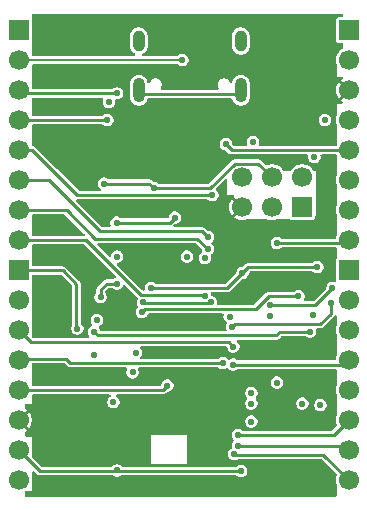
<source format=gbr>
%TF.GenerationSoftware,KiCad,Pcbnew,9.0.4*%
%TF.CreationDate,2025-09-05T15:19:02+01:00*%
%TF.ProjectId,MicroPython,4d696372-6f50-4797-9468-6f6e2e6b6963,rev?*%
%TF.SameCoordinates,Original*%
%TF.FileFunction,Copper,L3,Inr*%
%TF.FilePolarity,Positive*%
%FSLAX46Y46*%
G04 Gerber Fmt 4.6, Leading zero omitted, Abs format (unit mm)*
G04 Created by KiCad (PCBNEW 9.0.4) date 2025-09-05 15:19:02*
%MOMM*%
%LPD*%
G01*
G04 APERTURE LIST*
%TA.AperFunction,HeatsinkPad*%
%ADD10O,1.000000X2.100000*%
%TD*%
%TA.AperFunction,HeatsinkPad*%
%ADD11O,1.000000X1.800000*%
%TD*%
%TA.AperFunction,ComponentPad*%
%ADD12R,1.700000X1.700000*%
%TD*%
%TA.AperFunction,ComponentPad*%
%ADD13C,1.700000*%
%TD*%
%TA.AperFunction,ViaPad*%
%ADD14C,0.550000*%
%TD*%
%TA.AperFunction,Conductor*%
%ADD15C,0.220000*%
%TD*%
%TA.AperFunction,Conductor*%
%ADD16C,0.230000*%
%TD*%
%TA.AperFunction,Conductor*%
%ADD17C,0.210000*%
%TD*%
%TA.AperFunction,Conductor*%
%ADD18C,0.250000*%
%TD*%
G04 APERTURE END LIST*
D10*
%TO.N,Net-(J10-SHIELD)*%
%TO.C,J10*%
X147068000Y-101111000D03*
D11*
X147068000Y-96931000D03*
D10*
X138428000Y-101111000D03*
D11*
X138428000Y-96931000D03*
%TD*%
D12*
%TO.N,/PB6-SCL-X9*%
%TO.C,J2*%
X128270000Y-116330000D03*
D13*
%TO.N,/PB7-SDA-X10*%
X128270000Y-118870000D03*
%TO.N,/PC4-X11*%
X128270000Y-121410000D03*
%TO.N,/PC5-X12*%
X128270000Y-123950000D03*
%TO.N,/RST-SW*%
X128270000Y-126490000D03*
%TO.N,GND*%
X128270000Y-129030000D03*
%TO.N,+3V3*%
X128270000Y-131570000D03*
%TO.N,VIN*%
X128270000Y-134110000D03*
%TD*%
D12*
%TO.N,+3V3*%
%TO.C,J8*%
X152258000Y-111018000D03*
D13*
%TO.N,/PA13-SWDIO*%
X152258000Y-108478000D03*
%TO.N,unconnected-(J8-Pin_3-Pad3)*%
X149718000Y-111018000D03*
%TO.N,/RST-SW*%
X149718000Y-108478000D03*
%TO.N,GND*%
X147178000Y-111018000D03*
%TO.N,/PA14-SWCLCK*%
X147178000Y-108478000D03*
%TD*%
D12*
%TO.N,VIN*%
%TO.C,J7*%
X156210000Y-96010000D03*
D13*
%TO.N,+3V3*%
X156210000Y-98550000D03*
%TO.N,GND*%
X156210000Y-101090000D03*
%TO.N,/RST-SW*%
X156210000Y-103630000D03*
%TO.N,/PB1-Y12*%
X156210000Y-106170000D03*
%TO.N,/PB0-Y11*%
X156210000Y-108710000D03*
%TO.N,/PB11-Y10*%
X156210000Y-111250000D03*
%TO.N,/PB10-Y9*%
X156210000Y-113790000D03*
%TD*%
D12*
%TO.N,/PA7-X8*%
%TO.C,J1*%
X156210000Y-116330000D03*
D13*
%TO.N,/PA6-X7*%
X156210000Y-118870000D03*
%TO.N,/PA5-X6*%
X156210000Y-121410000D03*
%TO.N,/PA4-X5*%
X156210000Y-123950000D03*
%TO.N,/PA3-X4*%
X156210000Y-126490000D03*
%TO.N,/PA2-X3*%
X156210000Y-129030000D03*
%TO.N,/PA1-X2*%
X156210000Y-131570000D03*
%TO.N,/PA0-X1*%
X156210000Y-134110000D03*
%TD*%
D12*
%TO.N,/PC6-Y1*%
%TO.C,J6*%
X128270000Y-96010000D03*
D13*
%TO.N,/PC7-Y2*%
X128270000Y-98550000D03*
%TO.N,/PB8-Y3*%
X128270000Y-101090000D03*
%TO.N,/PB9-Y4*%
X128270000Y-103630000D03*
%TO.N,/PB12-Y5*%
X128270000Y-106170000D03*
%TO.N,/PB13-Y6*%
X128270000Y-108710000D03*
%TO.N,/PB14-Y7*%
X128270000Y-111250000D03*
%TO.N,/PB15-Y8*%
X128270000Y-113790000D03*
%TD*%
D14*
%TO.N,GND*%
X150368000Y-97282000D03*
X129921000Y-130810000D03*
X138557000Y-125730000D03*
X142748000Y-132461000D03*
X131826000Y-128905000D03*
X149860000Y-112522000D03*
X141478000Y-110871000D03*
X132461000Y-97663000D03*
X152781000Y-101854000D03*
X151892000Y-99060000D03*
X135509000Y-107569000D03*
X150114000Y-106934000D03*
X140843000Y-108204000D03*
X135890000Y-114427000D03*
X135001000Y-100584000D03*
X144510583Y-95235447D03*
X142240000Y-96393000D03*
X154897191Y-107470063D03*
X143891000Y-106172000D03*
X140081000Y-105410000D03*
X140081000Y-103124000D03*
X138684000Y-107315000D03*
X132334000Y-100584000D03*
%TO.N,/PB8-Y3*%
X136593022Y-101364106D03*
%TO.N,GND*%
X129794000Y-104902000D03*
X129667000Y-112014000D03*
X154559000Y-123571000D03*
X139827000Y-123317000D03*
X153416000Y-117475000D03*
X145288000Y-120904000D03*
X146431000Y-118872000D03*
X135509000Y-116459000D03*
X130302000Y-114681000D03*
X129921000Y-120269000D03*
X130048000Y-124968000D03*
X146939000Y-128397000D03*
X151130000Y-127254000D03*
X154686000Y-134620000D03*
X137414000Y-131445000D03*
X130048000Y-134239000D03*
X150876000Y-122174000D03*
X145923000Y-103505000D03*
X145796000Y-98933000D03*
X153924000Y-95250000D03*
X154686000Y-97536000D03*
X154559000Y-125222000D03*
%TO.N,+3V3*%
X154184563Y-103632000D03*
%TO.N,/PB12-Y5*%
X144653000Y-109980000D03*
%TO.N,/PB14-Y7*%
X144272000Y-114552000D03*
%TO.N,/PB1-Y12*%
X145796000Y-105664000D03*
X146125000Y-120267000D03*
%TO.N,/PB9-Y4*%
X135763000Y-103632000D03*
X137909210Y-124990958D03*
%TO.N,/PA0-X1*%
X146509481Y-131902481D03*
%TO.N,/PB3-SW-X17*%
X134891588Y-120571552D03*
X135890000Y-102108000D03*
%TO.N,/PB13-Y6*%
X144272000Y-113536000D03*
%TO.N,/PB7-SDA-X10*%
X134620000Y-123507000D03*
%TO.N,/PB11-Y10*%
X154813000Y-117856000D03*
X149569961Y-119320493D03*
%TO.N,/PA1-X2*%
X146812000Y-131189000D03*
%TO.N,/PA4-X5*%
X146431000Y-124331000D03*
%TO.N,/PC4-X11*%
X146431000Y-122807000D03*
%TO.N,/PC6-Y1*%
X144018000Y-115314000D03*
%TO.N,/PB15-Y8*%
X144018000Y-118489000D03*
%TO.N,/PA2-X3*%
X146812000Y-130300000D03*
%TO.N,/PB0-Y11*%
X154686000Y-119126000D03*
X146335750Y-121124250D03*
%TO.N,/VDDA*%
X148082000Y-105509000D03*
X147955000Y-126746000D03*
%TO.N,/PB6-SCL-X9*%
X133228058Y-121283752D03*
%TO.N,/PC5-X12*%
X145542000Y-124206000D03*
%TO.N,/RST-SW*%
X153289000Y-106760000D03*
X139700000Y-109395000D03*
X140843000Y-126111000D03*
X135476588Y-109002000D03*
%TO.N,/PB8-Y3*%
X138176000Y-123317000D03*
%TO.N,/PC7-Y2*%
X142113000Y-98550000D03*
X142494000Y-115187000D03*
%TO.N,/PB10-Y9*%
X149527885Y-120228716D03*
X150114000Y-114046000D03*
%TO.N,GND*%
X146558000Y-125424534D03*
X154813000Y-127762000D03*
X147955000Y-134747000D03*
X130048000Y-95123000D03*
X138557000Y-121031000D03*
X143891000Y-111887000D03*
X135382000Y-112014000D03*
X131873440Y-124458000D03*
X143002000Y-125730000D03*
X139077797Y-130940660D03*
X138557000Y-110998000D03*
X139319000Y-134493000D03*
X134747000Y-125222000D03*
X129921000Y-102362000D03*
X145161000Y-132588000D03*
X142240000Y-129284000D03*
X137287000Y-128522000D03*
X141732000Y-120777000D03*
%TO.N,+3V3*%
X136271000Y-127506000D03*
X136548720Y-112312720D03*
X150114000Y-125855000D03*
X135199832Y-118616000D03*
X153190000Y-120142000D03*
X136588500Y-133284500D03*
X141478000Y-111885000D03*
X136588500Y-117475000D03*
X147079000Y-133361000D03*
X136588500Y-115187000D03*
%TO.N,/PA13-SWDIO*%
X153543000Y-116078000D03*
X147955000Y-129159000D03*
X139446000Y-117854000D03*
X147193000Y-116586000D03*
%TO.N,/PA14-SWCLCK*%
X144529617Y-119049000D03*
X138780000Y-119049000D03*
X147955000Y-127635000D03*
%TO.N,/PA15-TDI*%
X152273000Y-127635000D03*
X151943988Y-118547201D03*
X138684000Y-119888000D03*
%TO.N,/PB4-TRST*%
X152908000Y-121539000D03*
X153797000Y-127762000D03*
X134620000Y-121537000D03*
%TD*%
D15*
%TO.N,/PB6-SCL-X9*%
X131986273Y-116365273D02*
X128270000Y-116365273D01*
X133140039Y-121195733D02*
X133140039Y-117519039D01*
X133140039Y-117519039D02*
X131986273Y-116365273D01*
X133228058Y-121283752D02*
X133140039Y-121195733D01*
%TO.N,/PA15-TDI*%
X149420799Y-118547201D02*
X151943988Y-118547201D01*
X148334000Y-119634000D02*
X149420799Y-118547201D01*
X144772347Y-119635000D02*
X144773347Y-119634000D01*
X144286887Y-119635000D02*
X144772347Y-119635000D01*
X144285887Y-119634000D02*
X144286887Y-119635000D01*
X144773347Y-119634000D02*
X148334000Y-119634000D01*
X138684000Y-119888000D02*
X138938000Y-119634000D01*
X138938000Y-119634000D02*
X144285887Y-119634000D01*
D16*
%TO.N,+3V3*%
X135199832Y-117974668D02*
X135199832Y-118616000D01*
X135699500Y-117475000D02*
X135199832Y-117974668D01*
X136588500Y-117475000D02*
X135699500Y-117475000D01*
D15*
%TO.N,/PB14-Y7*%
X134747000Y-113665000D02*
X132332000Y-111250000D01*
X132332000Y-111250000D02*
X128270000Y-111250000D01*
X143385000Y-113665000D02*
X134747000Y-113665000D01*
X144272000Y-114552000D02*
X143385000Y-113665000D01*
%TO.N,/PB15-Y8*%
X133983000Y-113790000D02*
X128270000Y-113790000D01*
X138656000Y-118463000D02*
X133983000Y-113790000D01*
X143992000Y-118463000D02*
X138656000Y-118463000D01*
X144018000Y-118489000D02*
X143992000Y-118463000D01*
%TO.N,/PA14-SWCLCK*%
X138826000Y-119095000D02*
X144483617Y-119095000D01*
X138780000Y-119049000D02*
X138826000Y-119095000D01*
X144483617Y-119095000D02*
X144529617Y-119049000D01*
D16*
%TO.N,/PB1-Y12*%
X145796000Y-105664000D02*
X146302000Y-106170000D01*
X146302000Y-106170000D02*
X156210000Y-106170000D01*
D15*
%TO.N,/PB8-Y3*%
X136593022Y-101364106D02*
X128544106Y-101364106D01*
%TO.N,/PB12-Y5*%
X133221000Y-109980000D02*
X129411000Y-106170000D01*
X129411000Y-106170000D02*
X128270000Y-106170000D01*
X144653000Y-109980000D02*
X133221000Y-109980000D01*
D16*
%TO.N,/PB0-Y11*%
X146556000Y-120904000D02*
X146335750Y-121124250D01*
X153797000Y-120904000D02*
X146556000Y-120904000D01*
X154686000Y-120015000D02*
X153797000Y-120904000D01*
X154686000Y-119126000D02*
X154686000Y-120015000D01*
%TO.N,/PB11-Y10*%
X154813000Y-117856000D02*
X153348507Y-119320493D01*
X153348507Y-119320493D02*
X149569961Y-119320493D01*
D15*
%TO.N,/PB13-Y6*%
X130808000Y-108710000D02*
X128270000Y-108710000D01*
X135126000Y-113028000D02*
X130808000Y-108710000D01*
X143764000Y-113028000D02*
X135126000Y-113028000D01*
X144272000Y-113536000D02*
X143764000Y-113028000D01*
%TO.N,/PC5-X12*%
X132643110Y-124203025D02*
X132265085Y-123825000D01*
X145539025Y-124203025D02*
X132643110Y-124203025D01*
X145542000Y-124206000D02*
X145539025Y-124203025D01*
X132265085Y-123825000D02*
X128395000Y-123825000D01*
%TO.N,/RST-SW*%
X140464000Y-126490000D02*
X128270000Y-126490000D01*
X140843000Y-126111000D02*
X140464000Y-126490000D01*
%TO.N,/PB9-Y4*%
X135761000Y-103630000D02*
X128270000Y-103630000D01*
X135763000Y-103632000D02*
X135761000Y-103630000D01*
%TO.N,/PA0-X1*%
X146509481Y-131902481D02*
X146558000Y-131951000D01*
X146558000Y-131951000D02*
X154051000Y-131951000D01*
X154051000Y-131951000D02*
X156210000Y-134110000D01*
%TO.N,/PA1-X2*%
X146812000Y-131189000D02*
X155829000Y-131189000D01*
%TO.N,/PA4-X5*%
X146431000Y-124331000D02*
X155829000Y-124331000D01*
%TO.N,/PC4-X11*%
X146046000Y-122422000D02*
X144732000Y-122422000D01*
X129286000Y-122426000D02*
X128270000Y-121410000D01*
X144728000Y-122426000D02*
X129286000Y-122426000D01*
X146431000Y-122807000D02*
X146046000Y-122422000D01*
X144732000Y-122422000D02*
X144728000Y-122426000D01*
%TO.N,/PA2-X3*%
X155194000Y-130046000D02*
X154940000Y-130300000D01*
D16*
X155194000Y-130046000D02*
X156210000Y-129030000D01*
D15*
X154940000Y-130300000D02*
X146812000Y-130300000D01*
%TO.N,/RST-SW*%
X139307000Y-109002000D02*
X139700000Y-109395000D01*
X135476588Y-109002000D02*
X139307000Y-109002000D01*
D17*
%TO.N,/PC7-Y2*%
X142113000Y-98550000D02*
X128270000Y-98550000D01*
D15*
%TO.N,/PB10-Y9*%
X150114000Y-114046000D02*
X155559667Y-114046000D01*
%TO.N,+3V3*%
X141044000Y-112319000D02*
X141478000Y-111885000D01*
X136623720Y-112312720D02*
X136630000Y-112319000D01*
D18*
X147066000Y-133348000D02*
X130048000Y-133348000D01*
D15*
X136548720Y-112312720D02*
X136623720Y-112312720D01*
D18*
X130048000Y-133348000D02*
X128270000Y-131570000D01*
D15*
X136630000Y-112319000D02*
X141044000Y-112319000D01*
D18*
X147079000Y-133361000D02*
X147066000Y-133348000D01*
%TO.N,Net-(J10-SHIELD)*%
X138631000Y-101420000D02*
X146869000Y-101420000D01*
D15*
%TO.N,/PA13-SWDIO*%
X145925000Y-117854000D02*
X147701000Y-116078000D01*
X147701000Y-116078000D02*
X153543000Y-116078000D01*
X139446000Y-117854000D02*
X145925000Y-117854000D01*
%TO.N,/PB4-TRST*%
X134944000Y-121861000D02*
X134620000Y-121537000D01*
X150379000Y-121539000D02*
X150057000Y-121861000D01*
X150057000Y-121861000D02*
X134944000Y-121861000D01*
X152908000Y-121539000D02*
X150379000Y-121539000D01*
%TO.N,/RST-SW*%
X148557000Y-107317000D02*
X149718000Y-108478000D01*
X146556000Y-107317000D02*
X148557000Y-107317000D01*
X144478000Y-109395000D02*
X146556000Y-107317000D01*
X139700000Y-109395000D02*
X144478000Y-109395000D01*
%TD*%
%TA.AperFunction,Conductor*%
%TO.N,GND*%
G36*
X132134680Y-124206317D02*
G01*
X132147686Y-124217425D01*
X132354638Y-124424377D01*
X132354637Y-124424377D01*
X132421755Y-124491494D01*
X132421758Y-124491497D01*
X132503962Y-124538958D01*
X132595649Y-124563525D01*
X137360399Y-124563525D01*
X137424468Y-124584342D01*
X137464064Y-124638842D01*
X137464064Y-124706208D01*
X137454796Y-124727025D01*
X137419521Y-124788122D01*
X137383710Y-124921775D01*
X137383710Y-125060140D01*
X137419521Y-125193793D01*
X137419522Y-125193794D01*
X137488705Y-125313623D01*
X137586545Y-125411463D01*
X137706374Y-125480646D01*
X137840027Y-125516458D01*
X137978393Y-125516458D01*
X138112046Y-125480646D01*
X138231875Y-125411463D01*
X138329715Y-125313623D01*
X138398898Y-125193794D01*
X138434710Y-125060141D01*
X138434710Y-124921775D01*
X138398898Y-124788122D01*
X138377757Y-124751504D01*
X138363624Y-124727025D01*
X138349618Y-124661131D01*
X138377019Y-124599589D01*
X138435359Y-124565907D01*
X138458021Y-124563525D01*
X145111205Y-124563525D01*
X145175274Y-124584342D01*
X145188279Y-124595449D01*
X145219335Y-124626505D01*
X145339164Y-124695688D01*
X145472817Y-124731500D01*
X145611183Y-124731500D01*
X145744836Y-124695688D01*
X145864665Y-124626505D01*
X145864665Y-124626504D01*
X145868498Y-124624292D01*
X145934392Y-124610286D01*
X145995933Y-124637686D01*
X146009471Y-124652330D01*
X146010493Y-124653662D01*
X146010495Y-124653665D01*
X146108335Y-124751505D01*
X146228164Y-124820688D01*
X146361817Y-124856500D01*
X146500183Y-124856500D01*
X146633836Y-124820688D01*
X146753665Y-124751505D01*
X146773670Y-124731500D01*
X146781747Y-124723424D01*
X146841770Y-124692842D01*
X146858820Y-124691500D01*
X155085000Y-124691500D01*
X155149069Y-124712317D01*
X155188665Y-124766817D01*
X155194000Y-124800500D01*
X155194000Y-126038371D01*
X155188665Y-126072054D01*
X155136598Y-126232295D01*
X155109500Y-126403387D01*
X155109500Y-126576612D01*
X155136598Y-126747704D01*
X155188665Y-126907946D01*
X155194000Y-126941629D01*
X155194000Y-128578371D01*
X155188665Y-128612054D01*
X155136598Y-128772295D01*
X155109500Y-128943387D01*
X155109500Y-129116612D01*
X155136598Y-129287704D01*
X155188665Y-129447946D01*
X155194000Y-129481629D01*
X155194000Y-129483955D01*
X155173183Y-129548024D01*
X155162075Y-129561030D01*
X154901526Y-129821578D01*
X154899039Y-129825886D01*
X154881722Y-129848452D01*
X154822603Y-129907573D01*
X154762580Y-129938158D01*
X154745527Y-129939500D01*
X147239820Y-129939500D01*
X147175751Y-129918683D01*
X147162747Y-129907576D01*
X147134665Y-129879495D01*
X147014835Y-129810311D01*
X146881183Y-129774500D01*
X146742817Y-129774500D01*
X146609164Y-129810311D01*
X146489337Y-129879493D01*
X146391493Y-129977337D01*
X146322311Y-130097164D01*
X146286500Y-130230817D01*
X146286500Y-130369182D01*
X146322311Y-130502835D01*
X146391493Y-130622662D01*
X146391495Y-130622665D01*
X146436257Y-130667427D01*
X146466839Y-130727449D01*
X146456301Y-130793985D01*
X146436258Y-130821571D01*
X146404758Y-130853072D01*
X146391493Y-130866337D01*
X146322311Y-130986164D01*
X146286500Y-131119817D01*
X146286500Y-131258183D01*
X146303428Y-131321364D01*
X146299902Y-131388638D01*
X146257506Y-131440990D01*
X146252642Y-131443971D01*
X146186818Y-131481974D01*
X146088974Y-131579818D01*
X146019792Y-131699645D01*
X145983981Y-131833298D01*
X145983981Y-131971663D01*
X146019792Y-132105316D01*
X146019793Y-132105317D01*
X146088976Y-132225146D01*
X146186816Y-132322986D01*
X146306645Y-132392169D01*
X146440298Y-132427981D01*
X146578664Y-132427981D01*
X146712317Y-132392169D01*
X146826747Y-132326102D01*
X146881247Y-132311500D01*
X153856526Y-132311500D01*
X153920595Y-132332317D01*
X153933601Y-132343425D01*
X155162075Y-133571899D01*
X155166067Y-133579735D01*
X155173183Y-133584905D01*
X155181070Y-133609180D01*
X155192658Y-133631923D01*
X155194000Y-133648974D01*
X155194000Y-133658371D01*
X155188665Y-133692054D01*
X155136598Y-133852295D01*
X155109500Y-134023387D01*
X155109500Y-134196612D01*
X155136598Y-134367704D01*
X155188665Y-134527946D01*
X155194000Y-134561629D01*
X155194000Y-135398000D01*
X155173183Y-135462069D01*
X155118683Y-135501665D01*
X155085000Y-135507000D01*
X128887000Y-135507000D01*
X128822931Y-135486183D01*
X128783335Y-135431683D01*
X128778000Y-135398000D01*
X128778000Y-135153076D01*
X128783962Y-135134724D01*
X128784703Y-135115441D01*
X128793417Y-135105626D01*
X128798817Y-135089007D01*
X128826362Y-135062500D01*
X128831741Y-135058898D01*
X128846788Y-135051232D01*
X128888957Y-135020594D01*
X128890705Y-135019424D01*
X128921203Y-135010793D01*
X128951343Y-135001000D01*
X129359197Y-135001000D01*
X129359198Y-135001000D01*
X129359198Y-134276546D01*
X129360540Y-134259494D01*
X129370500Y-134196611D01*
X129370500Y-134023389D01*
X129360540Y-133960503D01*
X129359198Y-133943452D01*
X129359198Y-133453385D01*
X129380015Y-133389316D01*
X129434515Y-133349720D01*
X129501881Y-133349720D01*
X129545271Y-133376309D01*
X129817437Y-133648475D01*
X129903063Y-133697911D01*
X129998564Y-133723500D01*
X129998565Y-133723500D01*
X136268662Y-133723500D01*
X136323161Y-133738103D01*
X136385662Y-133774187D01*
X136385664Y-133774188D01*
X136519317Y-133810000D01*
X136657683Y-133810000D01*
X136791336Y-133774188D01*
X136791338Y-133774187D01*
X136853839Y-133738103D01*
X136908338Y-133723500D01*
X146653181Y-133723500D01*
X146717250Y-133744317D01*
X146730249Y-133755419D01*
X146756335Y-133781505D01*
X146876164Y-133850688D01*
X147009817Y-133886500D01*
X147148183Y-133886500D01*
X147281836Y-133850688D01*
X147401665Y-133781505D01*
X147499505Y-133683665D01*
X147568688Y-133563836D01*
X147604500Y-133430183D01*
X147604500Y-133291817D01*
X147568688Y-133158164D01*
X147499505Y-133038335D01*
X147401665Y-132940495D01*
X147401662Y-132940493D01*
X147281835Y-132871311D01*
X147148183Y-132835500D01*
X147009817Y-132835500D01*
X146876164Y-132871311D01*
X146756337Y-132940493D01*
X146756335Y-132940494D01*
X146756335Y-132940495D01*
X146756254Y-132940576D01*
X146756180Y-132940613D01*
X146750670Y-132944842D01*
X146749886Y-132943820D01*
X146696232Y-132971158D01*
X146679181Y-132972500D01*
X137064819Y-132972500D01*
X137000750Y-132951683D01*
X136987750Y-132940580D01*
X136911165Y-132863995D01*
X136911162Y-132863993D01*
X136791335Y-132794811D01*
X136657683Y-132759000D01*
X136519317Y-132759000D01*
X136385664Y-132794811D01*
X136265837Y-132863993D01*
X136265835Y-132863994D01*
X136265835Y-132863995D01*
X136189253Y-132940576D01*
X136129232Y-132971158D01*
X136112181Y-132972500D01*
X130248688Y-132972500D01*
X130184619Y-132951683D01*
X130171613Y-132940575D01*
X129944038Y-132713000D01*
X139446000Y-132713000D01*
X139446001Y-132713000D01*
X142493999Y-132713000D01*
X142494000Y-132713000D01*
X142494000Y-130300000D01*
X139446000Y-130300000D01*
X139446000Y-132713000D01*
X129944038Y-132713000D01*
X129391123Y-132160085D01*
X129360540Y-132100061D01*
X129359198Y-132083010D01*
X129359198Y-131736546D01*
X129360540Y-131719494D01*
X129363684Y-131699645D01*
X129370500Y-131656611D01*
X129370500Y-131483389D01*
X129360540Y-131420503D01*
X129359198Y-131403452D01*
X129359198Y-130429001D01*
X129359198Y-130429000D01*
X128887000Y-130429000D01*
X128870580Y-130423665D01*
X128853317Y-130423665D01*
X128839350Y-130413517D01*
X128822931Y-130408183D01*
X128812783Y-130394216D01*
X128798817Y-130384069D01*
X128793482Y-130367649D01*
X128783335Y-130353683D01*
X128778000Y-130320000D01*
X128778000Y-130072515D01*
X128798817Y-130008446D01*
X128837516Y-129975395D01*
X128846517Y-129970808D01*
X128846527Y-129970802D01*
X128955124Y-129891902D01*
X128955124Y-129891901D01*
X128778000Y-129714776D01*
X128778000Y-129361223D01*
X129131901Y-129715124D01*
X129131902Y-129715124D01*
X129210801Y-129606529D01*
X129289411Y-129452248D01*
X129342913Y-129287588D01*
X129370000Y-129116572D01*
X129370000Y-129089817D01*
X147429500Y-129089817D01*
X147429500Y-129228182D01*
X147465311Y-129361835D01*
X147465312Y-129361836D01*
X147534495Y-129481665D01*
X147632335Y-129579505D01*
X147752164Y-129648688D01*
X147885817Y-129684500D01*
X148024183Y-129684500D01*
X148157836Y-129648688D01*
X148277665Y-129579505D01*
X148375505Y-129481665D01*
X148444688Y-129361836D01*
X148480500Y-129228183D01*
X148480500Y-129089817D01*
X148444688Y-128956164D01*
X148375505Y-128836335D01*
X148277665Y-128738495D01*
X148208868Y-128698775D01*
X148157835Y-128669311D01*
X148024183Y-128633500D01*
X147885817Y-128633500D01*
X147752164Y-128669311D01*
X147632337Y-128738493D01*
X147534493Y-128836337D01*
X147465311Y-128956164D01*
X147429500Y-129089817D01*
X129370000Y-129089817D01*
X129370000Y-128943427D01*
X129342913Y-128772411D01*
X129289411Y-128607751D01*
X129210802Y-128453474D01*
X129131901Y-128344874D01*
X128778000Y-128698775D01*
X128778000Y-128345220D01*
X128955124Y-128168096D01*
X128846521Y-128089194D01*
X128837510Y-128084602D01*
X128789878Y-128036965D01*
X128778000Y-127987485D01*
X128778000Y-127744000D01*
X128798817Y-127679931D01*
X128853317Y-127640335D01*
X128887000Y-127635000D01*
X129359197Y-127635000D01*
X129359198Y-127635000D01*
X129359198Y-126959500D01*
X129380015Y-126895431D01*
X129434515Y-126855835D01*
X129468198Y-126850500D01*
X135948565Y-126850500D01*
X136012634Y-126871317D01*
X136052230Y-126925817D01*
X136052230Y-126993183D01*
X136012634Y-127047683D01*
X136003064Y-127053897D01*
X135948338Y-127085492D01*
X135850493Y-127183337D01*
X135781311Y-127303164D01*
X135745500Y-127436817D01*
X135745500Y-127575182D01*
X135781311Y-127708835D01*
X135850493Y-127828662D01*
X135850495Y-127828665D01*
X135948335Y-127926505D01*
X136068164Y-127995688D01*
X136201817Y-128031500D01*
X136340183Y-128031500D01*
X136473836Y-127995688D01*
X136593665Y-127926505D01*
X136691505Y-127828665D01*
X136760688Y-127708836D01*
X136796500Y-127575183D01*
X136796500Y-127436817D01*
X136760688Y-127303164D01*
X136691505Y-127183335D01*
X136593665Y-127085495D01*
X136593662Y-127085493D01*
X136593661Y-127085492D01*
X136538936Y-127053897D01*
X136493859Y-127003835D01*
X136486817Y-126936838D01*
X136520499Y-126878498D01*
X136582041Y-126851097D01*
X136593435Y-126850500D01*
X140511461Y-126850500D01*
X140603148Y-126825933D01*
X140685352Y-126778472D01*
X140740377Y-126723447D01*
X140787008Y-126676817D01*
X147429500Y-126676817D01*
X147429500Y-126815183D01*
X147438963Y-126850500D01*
X147465311Y-126948835D01*
X147533411Y-127066788D01*
X147534495Y-127068665D01*
X147579257Y-127113427D01*
X147609839Y-127173449D01*
X147599301Y-127239985D01*
X147579258Y-127267571D01*
X147543666Y-127303164D01*
X147534493Y-127312337D01*
X147465311Y-127432164D01*
X147431283Y-127559164D01*
X147429500Y-127565817D01*
X147429500Y-127704183D01*
X147430747Y-127708836D01*
X147465311Y-127837835D01*
X147465312Y-127837836D01*
X147534495Y-127957665D01*
X147632335Y-128055505D01*
X147752164Y-128124688D01*
X147885817Y-128160500D01*
X148024183Y-128160500D01*
X148157836Y-128124688D01*
X148277665Y-128055505D01*
X148375505Y-127957665D01*
X148444688Y-127837836D01*
X148480500Y-127704183D01*
X148480500Y-127565817D01*
X151747500Y-127565817D01*
X151747500Y-127704183D01*
X151748747Y-127708836D01*
X151783311Y-127837835D01*
X151783312Y-127837836D01*
X151852495Y-127957665D01*
X151950335Y-128055505D01*
X152070164Y-128124688D01*
X152203817Y-128160500D01*
X152342183Y-128160500D01*
X152475836Y-128124688D01*
X152595665Y-128055505D01*
X152693505Y-127957665D01*
X152762688Y-127837836D01*
X152798500Y-127704183D01*
X152798500Y-127692817D01*
X153271500Y-127692817D01*
X153271500Y-127831183D01*
X153273283Y-127837836D01*
X153307311Y-127964835D01*
X153376493Y-128084662D01*
X153376495Y-128084665D01*
X153474335Y-128182505D01*
X153594164Y-128251688D01*
X153727817Y-128287500D01*
X153866183Y-128287500D01*
X153999836Y-128251688D01*
X154119665Y-128182505D01*
X154217505Y-128084665D01*
X154286688Y-127964836D01*
X154322500Y-127831183D01*
X154322500Y-127692817D01*
X154286688Y-127559164D01*
X154217505Y-127439335D01*
X154119665Y-127341495D01*
X154119662Y-127341493D01*
X153999835Y-127272311D01*
X153866183Y-127236500D01*
X153727817Y-127236500D01*
X153594164Y-127272311D01*
X153474337Y-127341493D01*
X153376493Y-127439337D01*
X153307311Y-127559164D01*
X153285562Y-127640335D01*
X153271500Y-127692817D01*
X152798500Y-127692817D01*
X152798500Y-127565817D01*
X152762688Y-127432164D01*
X152693505Y-127312335D01*
X152595665Y-127214495D01*
X152582559Y-127206928D01*
X152475835Y-127145311D01*
X152342183Y-127109500D01*
X152203817Y-127109500D01*
X152070164Y-127145311D01*
X151950337Y-127214493D01*
X151852493Y-127312337D01*
X151783311Y-127432164D01*
X151749283Y-127559164D01*
X151747500Y-127565817D01*
X148480500Y-127565817D01*
X148444688Y-127432164D01*
X148375505Y-127312335D01*
X148330742Y-127267572D01*
X148300161Y-127207551D01*
X148310699Y-127141015D01*
X148330741Y-127113428D01*
X148375505Y-127068665D01*
X148444688Y-126948836D01*
X148480500Y-126815183D01*
X148480500Y-126676817D01*
X148444688Y-126543164D01*
X148375505Y-126423335D01*
X148277665Y-126325495D01*
X148257471Y-126313836D01*
X148157835Y-126256311D01*
X148024183Y-126220500D01*
X147885817Y-126220500D01*
X147752164Y-126256311D01*
X147632337Y-126325493D01*
X147534493Y-126423337D01*
X147465311Y-126543164D01*
X147440303Y-126636500D01*
X147429500Y-126676817D01*
X140787008Y-126676817D01*
X140795400Y-126668425D01*
X140855423Y-126637842D01*
X140872474Y-126636500D01*
X140912183Y-126636500D01*
X141045836Y-126600688D01*
X141165665Y-126531505D01*
X141263505Y-126433665D01*
X141332688Y-126313836D01*
X141368500Y-126180183D01*
X141368500Y-126041817D01*
X141332688Y-125908164D01*
X141263505Y-125788335D01*
X141260987Y-125785817D01*
X149588500Y-125785817D01*
X149588500Y-125924182D01*
X149624311Y-126057835D01*
X149665601Y-126129351D01*
X149693495Y-126177665D01*
X149791335Y-126275505D01*
X149911164Y-126344688D01*
X150044817Y-126380500D01*
X150183183Y-126380500D01*
X150316836Y-126344688D01*
X150436665Y-126275505D01*
X150534505Y-126177665D01*
X150603688Y-126057836D01*
X150639500Y-125924183D01*
X150639500Y-125785817D01*
X150603688Y-125652164D01*
X150534505Y-125532335D01*
X150436665Y-125434495D01*
X150436662Y-125434493D01*
X150316835Y-125365311D01*
X150183183Y-125329500D01*
X150044817Y-125329500D01*
X149911164Y-125365311D01*
X149791337Y-125434493D01*
X149693493Y-125532337D01*
X149624311Y-125652164D01*
X149588500Y-125785817D01*
X141260987Y-125785817D01*
X141165665Y-125690495D01*
X141165662Y-125690493D01*
X141045835Y-125621311D01*
X140912183Y-125585500D01*
X140773817Y-125585500D01*
X140640164Y-125621311D01*
X140520337Y-125690493D01*
X140422493Y-125788337D01*
X140353311Y-125908164D01*
X140315653Y-126048711D01*
X140278963Y-126105209D01*
X140216072Y-126129351D01*
X140210367Y-126129500D01*
X129468198Y-126129500D01*
X129404129Y-126108683D01*
X129364533Y-126054183D01*
X129359198Y-126020500D01*
X129359198Y-124294500D01*
X129380015Y-124230431D01*
X129434515Y-124190835D01*
X129468198Y-124185500D01*
X132070611Y-124185500D01*
X132134680Y-124206317D01*
G37*
%TD.AperFunction*%
%TA.AperFunction,Conductor*%
G36*
X155166002Y-120199976D02*
G01*
X155193403Y-120261518D01*
X155194000Y-120272912D01*
X155194000Y-120958371D01*
X155188665Y-120992054D01*
X155136598Y-121152295D01*
X155109500Y-121323387D01*
X155109500Y-121496612D01*
X155136598Y-121667704D01*
X155188665Y-121827946D01*
X155194000Y-121861629D01*
X155194000Y-123498371D01*
X155188665Y-123532054D01*
X155136598Y-123692295D01*
X155109500Y-123863387D01*
X155109164Y-123867659D01*
X155107540Y-123867531D01*
X155088683Y-123925569D01*
X155034183Y-123965165D01*
X155000500Y-123970500D01*
X146858820Y-123970500D01*
X146794751Y-123949683D01*
X146781747Y-123938576D01*
X146753665Y-123910495D01*
X146633835Y-123841311D01*
X146500183Y-123805500D01*
X146361817Y-123805500D01*
X146228163Y-123841312D01*
X146228161Y-123841312D01*
X146104500Y-123912707D01*
X146038606Y-123926713D01*
X145977065Y-123899312D01*
X145963527Y-123884667D01*
X145962507Y-123883338D01*
X145962506Y-123883337D01*
X145962505Y-123883335D01*
X145864665Y-123785495D01*
X145860361Y-123783010D01*
X145744835Y-123716311D01*
X145611183Y-123680500D01*
X145472817Y-123680500D01*
X145339164Y-123716311D01*
X145219337Y-123785493D01*
X145219335Y-123785494D01*
X145219335Y-123785495D01*
X145194228Y-123810601D01*
X145134207Y-123841183D01*
X145117156Y-123842525D01*
X138656794Y-123842525D01*
X138592725Y-123821708D01*
X138553129Y-123767208D01*
X138553129Y-123699842D01*
X138579717Y-123656452D01*
X138596505Y-123639665D01*
X138665688Y-123519836D01*
X138701500Y-123386183D01*
X138701500Y-123247817D01*
X138665688Y-123114164D01*
X138596505Y-122994335D01*
X138574742Y-122972572D01*
X138544161Y-122912551D01*
X138554699Y-122846015D01*
X138602334Y-122798380D01*
X138651819Y-122786500D01*
X144775459Y-122786500D01*
X144775461Y-122786500D01*
X144776028Y-122786347D01*
X144776529Y-122786214D01*
X144804740Y-122782500D01*
X145797576Y-122782500D01*
X145861645Y-122803317D01*
X145901241Y-122857817D01*
X145904833Y-122873695D01*
X145941311Y-123009835D01*
X146010493Y-123129662D01*
X146010495Y-123129665D01*
X146108335Y-123227505D01*
X146228164Y-123296688D01*
X146361817Y-123332500D01*
X146500183Y-123332500D01*
X146633836Y-123296688D01*
X146753665Y-123227505D01*
X146851505Y-123129665D01*
X146920688Y-123009836D01*
X146956500Y-122876183D01*
X146956500Y-122737817D01*
X146920688Y-122604164D01*
X146851505Y-122484335D01*
X146774742Y-122407572D01*
X146744161Y-122347551D01*
X146754699Y-122281015D01*
X146802334Y-122233380D01*
X146851819Y-122221500D01*
X150104461Y-122221500D01*
X150196148Y-122196933D01*
X150278352Y-122149472D01*
X150441036Y-121986788D01*
X150496400Y-121931425D01*
X150556423Y-121900842D01*
X150573474Y-121899500D01*
X152480180Y-121899500D01*
X152544249Y-121920317D01*
X152557253Y-121931424D01*
X152583335Y-121957505D01*
X152585335Y-121959505D01*
X152705164Y-122028688D01*
X152838817Y-122064500D01*
X152977183Y-122064500D01*
X153110836Y-122028688D01*
X153230665Y-121959505D01*
X153328505Y-121861665D01*
X153397688Y-121741836D01*
X153433500Y-121608183D01*
X153433500Y-121469817D01*
X153429684Y-121455575D01*
X153416591Y-121406711D01*
X153420117Y-121339437D01*
X153462512Y-121287085D01*
X153521877Y-121269500D01*
X153845119Y-121269500D01*
X153938078Y-121244592D01*
X154021422Y-121196473D01*
X154978473Y-120239422D01*
X154990603Y-120218413D01*
X155040665Y-120173336D01*
X155107662Y-120166294D01*
X155166002Y-120199976D01*
G37*
%TD.AperFunction*%
%TA.AperFunction,Conductor*%
G36*
X133852595Y-114171317D02*
G01*
X133865601Y-114182425D01*
X136475222Y-116792046D01*
X136505805Y-116852070D01*
X136495267Y-116918606D01*
X136447632Y-116966241D01*
X136426360Y-116974406D01*
X136385667Y-116985310D01*
X136385665Y-116985311D01*
X136265837Y-117054493D01*
X136265835Y-117054494D01*
X136265835Y-117054495D01*
X136242753Y-117077576D01*
X136182732Y-117108158D01*
X136165681Y-117109500D01*
X135651380Y-117109500D01*
X135558422Y-117134407D01*
X135475080Y-117182525D01*
X134975410Y-117682195D01*
X134975409Y-117682194D01*
X134907358Y-117750246D01*
X134859239Y-117833590D01*
X134834332Y-117926549D01*
X134834332Y-118193180D01*
X134813515Y-118257249D01*
X134802408Y-118270253D01*
X134779327Y-118293334D01*
X134710143Y-118413164D01*
X134683152Y-118513900D01*
X134674332Y-118546817D01*
X134674332Y-118685183D01*
X134677099Y-118695508D01*
X134710143Y-118818835D01*
X134761450Y-118907701D01*
X134779327Y-118938665D01*
X134877167Y-119036505D01*
X134996996Y-119105688D01*
X135130649Y-119141500D01*
X135269015Y-119141500D01*
X135402668Y-119105688D01*
X135522497Y-119036505D01*
X135620337Y-118938665D01*
X135689520Y-118818836D01*
X135725332Y-118685183D01*
X135725332Y-118546817D01*
X135689520Y-118413164D01*
X135620337Y-118293335D01*
X135609283Y-118282281D01*
X135597256Y-118270253D01*
X135593264Y-118262418D01*
X135586149Y-118257249D01*
X135578260Y-118232969D01*
X135566674Y-118210229D01*
X135565332Y-118193180D01*
X135565332Y-118171213D01*
X135586149Y-118107144D01*
X135597257Y-118094138D01*
X135818970Y-117872425D01*
X135878994Y-117841842D01*
X135896045Y-117840500D01*
X136165681Y-117840500D01*
X136229750Y-117861317D01*
X136242749Y-117872419D01*
X136265835Y-117895505D01*
X136385664Y-117964688D01*
X136519317Y-118000500D01*
X136657683Y-118000500D01*
X136791336Y-117964688D01*
X136911165Y-117895505D01*
X137009005Y-117797665D01*
X137078188Y-117677836D01*
X137089092Y-117637140D01*
X137125782Y-117580644D01*
X137188673Y-117556501D01*
X137253743Y-117573937D01*
X137271453Y-117588277D01*
X138318660Y-118635484D01*
X138349243Y-118695508D01*
X138338705Y-118762044D01*
X138335982Y-118767058D01*
X138290312Y-118846161D01*
X138290312Y-118846163D01*
X138260718Y-118956610D01*
X138254500Y-118979817D01*
X138254500Y-119118183D01*
X138259351Y-119136287D01*
X138290311Y-119251835D01*
X138353425Y-119361152D01*
X138367431Y-119427046D01*
X138340030Y-119488588D01*
X138336103Y-119492726D01*
X138263494Y-119565334D01*
X138194311Y-119685164D01*
X138169278Y-119778592D01*
X138158500Y-119818817D01*
X138158500Y-119957183D01*
X138168095Y-119992994D01*
X138194311Y-120090835D01*
X138260487Y-120205455D01*
X138263495Y-120210665D01*
X138361335Y-120308505D01*
X138481164Y-120377688D01*
X138614817Y-120413500D01*
X138753183Y-120413500D01*
X138886836Y-120377688D01*
X139006665Y-120308505D01*
X139104505Y-120210665D01*
X139173688Y-120090836D01*
X139177854Y-120075287D01*
X139214544Y-120018791D01*
X139277436Y-119994649D01*
X139283140Y-119994500D01*
X144224686Y-119994500D01*
X144238913Y-119995432D01*
X144239422Y-119995498D01*
X144239426Y-119995500D01*
X144239430Y-119995500D01*
X144819804Y-119995500D01*
X144819808Y-119995500D01*
X144819811Y-119995498D01*
X144820321Y-119995432D01*
X144834548Y-119994500D01*
X145511927Y-119994500D01*
X145575996Y-120015317D01*
X145615592Y-120069817D01*
X145617213Y-120131711D01*
X145599500Y-120197817D01*
X145599500Y-120336182D01*
X145635311Y-120469835D01*
X145704493Y-120589662D01*
X145704495Y-120589665D01*
X145802335Y-120687505D01*
X145825492Y-120700874D01*
X145842018Y-120710416D01*
X145887094Y-120760479D01*
X145894136Y-120827475D01*
X145881915Y-120859312D01*
X145846062Y-120921411D01*
X145846062Y-120921413D01*
X145810250Y-121055067D01*
X145810250Y-121193432D01*
X145846061Y-121327085D01*
X145851786Y-121337000D01*
X145865792Y-121402893D01*
X145838392Y-121464435D01*
X145780052Y-121498118D01*
X145757389Y-121500500D01*
X135237896Y-121500500D01*
X135173827Y-121479683D01*
X135134231Y-121425183D01*
X135132610Y-121419711D01*
X135109688Y-121334164D01*
X135041725Y-121216448D01*
X135027719Y-121150554D01*
X135055119Y-121089013D01*
X135088564Y-121065379D01*
X135088237Y-121064812D01*
X135094418Y-121061242D01*
X135094420Y-121061240D01*
X135094424Y-121061240D01*
X135214253Y-120992057D01*
X135312093Y-120894217D01*
X135381276Y-120774388D01*
X135417088Y-120640735D01*
X135417088Y-120502369D01*
X135381276Y-120368716D01*
X135312093Y-120248887D01*
X135214253Y-120151047D01*
X135180762Y-120131711D01*
X135094423Y-120081863D01*
X134960771Y-120046052D01*
X134822405Y-120046052D01*
X134688752Y-120081863D01*
X134568925Y-120151045D01*
X134471081Y-120248889D01*
X134401899Y-120368716D01*
X134366088Y-120502369D01*
X134366088Y-120640734D01*
X134401899Y-120774387D01*
X134469862Y-120892103D01*
X134483868Y-120957997D01*
X134456467Y-121019539D01*
X134423024Y-121043175D01*
X134423351Y-121043740D01*
X134417205Y-121047288D01*
X134417183Y-121047304D01*
X134417165Y-121047311D01*
X134297337Y-121116493D01*
X134199493Y-121214337D01*
X134130311Y-121334164D01*
X134094500Y-121467817D01*
X134094500Y-121606182D01*
X134130311Y-121739835D01*
X134188168Y-121840046D01*
X134199495Y-121859665D01*
X134219257Y-121879427D01*
X134249839Y-121939449D01*
X134239301Y-122005985D01*
X134191666Y-122053620D01*
X134142181Y-122065500D01*
X129480474Y-122065500D01*
X129472109Y-122062782D01*
X129463423Y-122064158D01*
X129440680Y-122052570D01*
X129416405Y-122044683D01*
X129403399Y-122033575D01*
X129391123Y-122021299D01*
X129360540Y-121961275D01*
X129359198Y-121944224D01*
X129359198Y-121576546D01*
X129360540Y-121559494D01*
X129370500Y-121496611D01*
X129370500Y-121323389D01*
X129360540Y-121260503D01*
X129359198Y-121243452D01*
X129359198Y-119036546D01*
X129360540Y-119019494D01*
X129361427Y-119013893D01*
X129370500Y-118956611D01*
X129370500Y-118783389D01*
X129360540Y-118720503D01*
X129359198Y-118703452D01*
X129359198Y-117272225D01*
X129361293Y-117250959D01*
X129365349Y-117230567D01*
X129370500Y-117204674D01*
X129370500Y-116834773D01*
X129391317Y-116770704D01*
X129445817Y-116731108D01*
X129479500Y-116725773D01*
X131791799Y-116725773D01*
X131855868Y-116746590D01*
X131868874Y-116757698D01*
X132747614Y-117636438D01*
X132778197Y-117696462D01*
X132779539Y-117713513D01*
X132779539Y-120980402D01*
X132764936Y-121034901D01*
X132738370Y-121080914D01*
X132738369Y-121080918D01*
X132702558Y-121214569D01*
X132702558Y-121352934D01*
X132738369Y-121486587D01*
X132745627Y-121499158D01*
X132807553Y-121606417D01*
X132905393Y-121704257D01*
X133025222Y-121773440D01*
X133158875Y-121809252D01*
X133297241Y-121809252D01*
X133430894Y-121773440D01*
X133550723Y-121704257D01*
X133648563Y-121606417D01*
X133717746Y-121486588D01*
X133753558Y-121352935D01*
X133753558Y-121214569D01*
X133717746Y-121080916D01*
X133648563Y-120961087D01*
X133550723Y-120863247D01*
X133550720Y-120863245D01*
X133545057Y-120858900D01*
X133546812Y-120856612D01*
X133509949Y-120815645D01*
X133500539Y-120771342D01*
X133500539Y-117471578D01*
X133497859Y-117461575D01*
X133475972Y-117379891D01*
X133475971Y-117379890D01*
X133475972Y-117379890D01*
X133456618Y-117346370D01*
X133428511Y-117297687D01*
X133403049Y-117272225D01*
X133361391Y-117230566D01*
X133361391Y-117230567D01*
X132207625Y-116076801D01*
X132125421Y-116029340D01*
X132033734Y-116004773D01*
X129479500Y-116004773D01*
X129415431Y-115983956D01*
X129375835Y-115929456D01*
X129370500Y-115895773D01*
X129370500Y-115455329D01*
X129370500Y-115455326D01*
X129361292Y-115409034D01*
X129359198Y-115387770D01*
X129359198Y-114259500D01*
X129380015Y-114195431D01*
X129434515Y-114155835D01*
X129468198Y-114150500D01*
X133788526Y-114150500D01*
X133852595Y-114171317D01*
G37*
%TD.AperFunction*%
%TA.AperFunction,Conductor*%
G36*
X155659992Y-94633817D02*
G01*
X155699588Y-94688317D01*
X155704915Y-94720646D01*
X155705890Y-94799146D01*
X155685870Y-94863468D01*
X155631866Y-94903739D01*
X155596898Y-94909500D01*
X155335326Y-94909500D01*
X155262260Y-94924034D01*
X155179399Y-94979399D01*
X155124034Y-95062260D01*
X155109500Y-95135326D01*
X155109500Y-96884674D01*
X155124034Y-96957740D01*
X155179399Y-97040601D01*
X155262260Y-97095966D01*
X155335326Y-97110500D01*
X155335330Y-97110500D01*
X155626948Y-97110500D01*
X155691017Y-97131317D01*
X155730613Y-97185817D01*
X155735940Y-97218147D01*
X155739273Y-97486574D01*
X155719253Y-97550896D01*
X155679768Y-97585046D01*
X155633211Y-97608768D01*
X155493074Y-97710584D01*
X155370584Y-97833074D01*
X155268765Y-97973216D01*
X155268763Y-97973219D01*
X155264333Y-97981913D01*
X155264275Y-97982029D01*
X155233719Y-98042000D01*
X155194000Y-98042000D01*
X155194000Y-98119953D01*
X155190127Y-98127555D01*
X155186207Y-98139618D01*
X155186204Y-98139625D01*
X155136598Y-98292295D01*
X155109500Y-98463387D01*
X155109500Y-98636612D01*
X155136598Y-98807704D01*
X155188665Y-98967946D01*
X155194000Y-99001629D01*
X155194000Y-99947000D01*
X155194001Y-99947000D01*
X155576944Y-99947000D01*
X155641013Y-99967817D01*
X155680609Y-100022317D01*
X155680609Y-100089683D01*
X155641013Y-100144183D01*
X155633891Y-100148941D01*
X155633479Y-100149193D01*
X155524874Y-100228096D01*
X155776455Y-100479678D01*
X155780848Y-100833313D01*
X155779269Y-100836047D01*
X155348096Y-100404874D01*
X155269193Y-100513478D01*
X155190588Y-100667751D01*
X155137086Y-100832411D01*
X155110000Y-101003427D01*
X155110000Y-101176572D01*
X155137086Y-101347588D01*
X155190588Y-101512248D01*
X155269196Y-101666524D01*
X155348096Y-101775124D01*
X155779268Y-101343950D01*
X155787366Y-101357976D01*
X155791433Y-101685341D01*
X155524874Y-101951901D01*
X155633476Y-102030804D01*
X155633898Y-102031063D01*
X155634005Y-102031189D01*
X155636940Y-102033321D01*
X155636428Y-102034025D01*
X155677648Y-102082289D01*
X155682933Y-102149447D01*
X155647734Y-102206885D01*
X155585496Y-102232664D01*
X155576945Y-102233000D01*
X155194000Y-102233000D01*
X155194000Y-102233001D01*
X155194000Y-103178371D01*
X155188665Y-103212054D01*
X155136598Y-103372295D01*
X155109500Y-103543387D01*
X155109500Y-103716612D01*
X155136598Y-103887704D01*
X155188665Y-104047946D01*
X155194000Y-104081629D01*
X155194000Y-105695500D01*
X155173183Y-105759569D01*
X155118683Y-105799165D01*
X155085000Y-105804500D01*
X148688910Y-105804500D01*
X148624841Y-105783683D01*
X148585245Y-105729183D01*
X148583624Y-105667289D01*
X148589729Y-105644506D01*
X148607500Y-105578183D01*
X148607500Y-105439817D01*
X148571688Y-105306164D01*
X148502505Y-105186335D01*
X148404665Y-105088495D01*
X148404662Y-105088493D01*
X148284835Y-105019311D01*
X148151183Y-104983500D01*
X148012817Y-104983500D01*
X147879164Y-105019311D01*
X147759337Y-105088493D01*
X147661493Y-105186337D01*
X147592311Y-105306164D01*
X147582887Y-105341337D01*
X147556500Y-105439817D01*
X147556500Y-105578183D01*
X147574271Y-105644506D01*
X147580376Y-105667289D01*
X147576850Y-105734562D01*
X147534456Y-105786915D01*
X147475090Y-105804500D01*
X146498545Y-105804500D01*
X146490180Y-105801782D01*
X146481494Y-105803158D01*
X146458751Y-105791570D01*
X146434476Y-105783683D01*
X146421470Y-105772575D01*
X146353425Y-105704530D01*
X146322842Y-105644506D01*
X146321500Y-105627455D01*
X146321500Y-105594817D01*
X146285688Y-105461164D01*
X146216506Y-105341337D01*
X146216505Y-105341335D01*
X146118665Y-105243495D01*
X146118662Y-105243493D01*
X145998835Y-105174311D01*
X145865183Y-105138500D01*
X145726817Y-105138500D01*
X145593164Y-105174311D01*
X145473337Y-105243493D01*
X145375493Y-105341337D01*
X145306311Y-105461164D01*
X145274957Y-105578182D01*
X145270500Y-105594817D01*
X145270500Y-105733183D01*
X145272314Y-105739953D01*
X145306311Y-105866835D01*
X145314794Y-105881528D01*
X145375495Y-105986665D01*
X145473335Y-106084505D01*
X145593164Y-106153688D01*
X145726817Y-106189500D01*
X145759455Y-106189500D01*
X145823524Y-106210317D01*
X145836530Y-106221425D01*
X146009527Y-106394422D01*
X146009526Y-106394422D01*
X146077578Y-106462473D01*
X146160922Y-106510592D01*
X146253881Y-106535500D01*
X152663066Y-106535500D01*
X152727135Y-106556317D01*
X152766731Y-106610817D01*
X152768351Y-106672713D01*
X152763500Y-106690816D01*
X152763500Y-106829182D01*
X152799311Y-106962835D01*
X152868493Y-107082662D01*
X152868495Y-107082665D01*
X152966335Y-107180505D01*
X153086164Y-107249688D01*
X153219817Y-107285500D01*
X153358183Y-107285500D01*
X153491836Y-107249688D01*
X153611665Y-107180505D01*
X153709505Y-107082665D01*
X153778688Y-106962836D01*
X153814500Y-106829183D01*
X153814500Y-106690817D01*
X153809649Y-106672712D01*
X153813173Y-106605439D01*
X153855567Y-106553086D01*
X153914934Y-106535500D01*
X155085000Y-106535500D01*
X155149069Y-106556317D01*
X155188665Y-106610817D01*
X155194000Y-106644500D01*
X155194000Y-108258371D01*
X155188665Y-108292054D01*
X155136598Y-108452295D01*
X155109500Y-108623387D01*
X155109500Y-108796612D01*
X155136598Y-108967704D01*
X155188665Y-109127946D01*
X155194000Y-109161629D01*
X155194000Y-110798371D01*
X155188665Y-110832054D01*
X155136598Y-110992295D01*
X155109500Y-111163387D01*
X155109500Y-111336612D01*
X155136598Y-111507704D01*
X155188665Y-111667946D01*
X155194000Y-111701629D01*
X155194000Y-113338371D01*
X155188665Y-113372054D01*
X155136597Y-113532300D01*
X155126896Y-113593552D01*
X155096312Y-113653575D01*
X155036288Y-113684158D01*
X155019238Y-113685500D01*
X150541820Y-113685500D01*
X150477751Y-113664683D01*
X150464747Y-113653576D01*
X150436665Y-113625495D01*
X150316835Y-113556311D01*
X150183183Y-113520500D01*
X150044817Y-113520500D01*
X149911164Y-113556311D01*
X149791337Y-113625493D01*
X149693493Y-113723337D01*
X149624311Y-113843164D01*
X149592589Y-113961556D01*
X149588500Y-113976817D01*
X149588500Y-114115183D01*
X149592871Y-114131495D01*
X149624311Y-114248835D01*
X149682236Y-114349164D01*
X149693495Y-114368665D01*
X149791335Y-114466505D01*
X149911164Y-114535688D01*
X150044817Y-114571500D01*
X150183183Y-114571500D01*
X150316836Y-114535688D01*
X150436665Y-114466505D01*
X150450706Y-114452464D01*
X150464747Y-114438424D01*
X150524770Y-114407842D01*
X150541820Y-114406500D01*
X155085000Y-114406500D01*
X155149069Y-114427317D01*
X155188665Y-114481817D01*
X155194000Y-114515500D01*
X155194000Y-115244482D01*
X155175631Y-115305038D01*
X155124034Y-115382258D01*
X155123850Y-115383183D01*
X155109500Y-115455326D01*
X155109500Y-117204674D01*
X155114538Y-117230005D01*
X155106621Y-117296902D01*
X155060893Y-117346370D01*
X154994822Y-117359512D01*
X154979423Y-117356554D01*
X154882184Y-117330500D01*
X154882183Y-117330500D01*
X154743817Y-117330500D01*
X154610164Y-117366311D01*
X154490337Y-117435493D01*
X154392493Y-117533337D01*
X154323311Y-117653164D01*
X154287500Y-117786817D01*
X154287500Y-117819455D01*
X154266683Y-117883524D01*
X154255575Y-117896530D01*
X153229037Y-118923068D01*
X153169013Y-118953651D01*
X153151962Y-118954993D01*
X152504138Y-118954993D01*
X152440069Y-118934176D01*
X152400473Y-118879676D01*
X152400473Y-118812310D01*
X152409741Y-118791493D01*
X152433676Y-118750037D01*
X152469488Y-118616384D01*
X152469488Y-118478018D01*
X152433676Y-118344365D01*
X152364493Y-118224536D01*
X152266653Y-118126696D01*
X152232788Y-118107144D01*
X152146823Y-118057512D01*
X152013171Y-118021701D01*
X151874805Y-118021701D01*
X151741152Y-118057512D01*
X151621322Y-118126696D01*
X151593241Y-118154777D01*
X151533218Y-118185359D01*
X151516168Y-118186701D01*
X149373338Y-118186701D01*
X149281650Y-118211268D01*
X149199448Y-118258728D01*
X148216601Y-119241575D01*
X148156577Y-119272158D01*
X148139526Y-119273500D01*
X145155551Y-119273500D01*
X145091482Y-119252683D01*
X145051886Y-119198183D01*
X145050266Y-119136287D01*
X145055117Y-119118183D01*
X145055117Y-118979817D01*
X145019305Y-118846164D01*
X144987741Y-118791493D01*
X144950122Y-118726335D01*
X144852282Y-118628495D01*
X144831537Y-118616518D01*
X144732453Y-118559312D01*
X144624288Y-118530329D01*
X144567791Y-118493639D01*
X144545964Y-118448086D01*
X144543500Y-118436694D01*
X144543500Y-118419817D01*
X144524564Y-118349148D01*
X144524001Y-118346543D01*
X144527146Y-118315553D01*
X144528777Y-118284438D01*
X144530522Y-118282281D01*
X144530803Y-118279522D01*
X144551566Y-118256295D01*
X144571171Y-118232085D01*
X144573942Y-118231264D01*
X144575700Y-118229298D01*
X144593784Y-118225386D01*
X144630537Y-118214500D01*
X145972461Y-118214500D01*
X146064148Y-118189933D01*
X146146352Y-118142472D01*
X147145399Y-117143425D01*
X147205423Y-117112842D01*
X147222474Y-117111500D01*
X147262183Y-117111500D01*
X147395836Y-117075688D01*
X147515665Y-117006505D01*
X147613505Y-116908665D01*
X147682688Y-116788836D01*
X147718500Y-116655183D01*
X147718500Y-116615474D01*
X147721217Y-116607109D01*
X147719842Y-116598423D01*
X147731429Y-116575680D01*
X147739317Y-116551405D01*
X147750425Y-116538399D01*
X147818399Y-116470425D01*
X147878423Y-116439842D01*
X147895474Y-116438500D01*
X153115180Y-116438500D01*
X153179249Y-116459317D01*
X153192253Y-116470424D01*
X153220334Y-116498504D01*
X153220335Y-116498505D01*
X153340164Y-116567688D01*
X153473817Y-116603500D01*
X153612183Y-116603500D01*
X153745836Y-116567688D01*
X153865665Y-116498505D01*
X153963505Y-116400665D01*
X154032688Y-116280836D01*
X154068500Y-116147183D01*
X154068500Y-116008817D01*
X154032688Y-115875164D01*
X153963505Y-115755335D01*
X153865665Y-115657495D01*
X153865662Y-115657493D01*
X153745835Y-115588311D01*
X153612183Y-115552500D01*
X153473817Y-115552500D01*
X153340164Y-115588311D01*
X153220334Y-115657495D01*
X153192253Y-115685576D01*
X153132230Y-115716158D01*
X153115180Y-115717500D01*
X147653539Y-115717500D01*
X147561851Y-115742067D01*
X147479648Y-115789528D01*
X147479645Y-115789530D01*
X147240600Y-116028575D01*
X147180577Y-116059158D01*
X147163526Y-116060500D01*
X147123817Y-116060500D01*
X146990164Y-116096311D01*
X146870337Y-116165493D01*
X146772493Y-116263337D01*
X146703311Y-116383164D01*
X146667500Y-116516817D01*
X146667500Y-116556526D01*
X146646683Y-116620595D01*
X146635575Y-116633601D01*
X145807601Y-117461575D01*
X145747577Y-117492158D01*
X145730526Y-117493500D01*
X139873820Y-117493500D01*
X139809751Y-117472683D01*
X139796747Y-117461576D01*
X139768665Y-117433495D01*
X139648835Y-117364311D01*
X139515183Y-117328500D01*
X139376817Y-117328500D01*
X139243164Y-117364311D01*
X139123337Y-117433493D01*
X139025493Y-117531337D01*
X138956311Y-117651164D01*
X138920500Y-117784817D01*
X138920500Y-117923183D01*
X138923006Y-117932538D01*
X138919478Y-117999811D01*
X138877081Y-118052163D01*
X138812010Y-118069595D01*
X138749120Y-118045451D01*
X138740644Y-118037820D01*
X136599811Y-115896987D01*
X136569228Y-115836963D01*
X136579766Y-115770427D01*
X136627401Y-115722792D01*
X136651075Y-115715443D01*
X136650782Y-115714349D01*
X136657683Y-115712500D01*
X136791336Y-115676688D01*
X136911165Y-115607505D01*
X137009005Y-115509665D01*
X137078188Y-115389836D01*
X137114000Y-115256183D01*
X137114000Y-115117817D01*
X141968500Y-115117817D01*
X141968500Y-115256182D01*
X142004311Y-115389835D01*
X142042123Y-115455327D01*
X142073495Y-115509665D01*
X142171335Y-115607505D01*
X142291164Y-115676688D01*
X142424817Y-115712500D01*
X142563183Y-115712500D01*
X142696836Y-115676688D01*
X142816665Y-115607505D01*
X142914505Y-115509665D01*
X142983688Y-115389836D01*
X143019500Y-115256183D01*
X143019500Y-115117817D01*
X142983688Y-114984164D01*
X142914505Y-114864335D01*
X142816665Y-114766495D01*
X142796471Y-114754836D01*
X142696835Y-114697311D01*
X142563183Y-114661500D01*
X142424817Y-114661500D01*
X142291164Y-114697311D01*
X142171337Y-114766493D01*
X142073493Y-114864337D01*
X142004311Y-114984164D01*
X141968500Y-115117817D01*
X137114000Y-115117817D01*
X137078188Y-114984164D01*
X137009005Y-114864335D01*
X136911165Y-114766495D01*
X136890971Y-114754836D01*
X136791335Y-114697311D01*
X136657683Y-114661500D01*
X136519317Y-114661500D01*
X136385664Y-114697311D01*
X136265837Y-114766493D01*
X136167993Y-114864337D01*
X136098811Y-114984164D01*
X136061151Y-115124718D01*
X136058355Y-115123968D01*
X136034627Y-115173671D01*
X135975414Y-115205795D01*
X135908627Y-115196979D01*
X135878512Y-115175688D01*
X134914399Y-114211575D01*
X134883816Y-114151551D01*
X134894354Y-114085015D01*
X134941989Y-114037380D01*
X134991474Y-114025500D01*
X143190526Y-114025500D01*
X143254595Y-114046317D01*
X143267601Y-114057425D01*
X143714575Y-114504399D01*
X143744494Y-114560658D01*
X143746500Y-114570968D01*
X143746500Y-114621183D01*
X143782167Y-114754296D01*
X143782895Y-114758036D01*
X143779235Y-114787884D01*
X143777661Y-114817915D01*
X143775176Y-114820983D01*
X143774696Y-114824901D01*
X143754193Y-114846894D01*
X143735266Y-114870268D01*
X143730402Y-114873248D01*
X143695338Y-114893492D01*
X143597493Y-114991337D01*
X143528311Y-115111164D01*
X143505318Y-115196979D01*
X143492500Y-115244817D01*
X143492500Y-115383183D01*
X143494283Y-115389836D01*
X143528311Y-115516835D01*
X143580660Y-115607506D01*
X143597495Y-115636665D01*
X143695335Y-115734505D01*
X143815164Y-115803688D01*
X143948817Y-115839500D01*
X144087183Y-115839500D01*
X144220836Y-115803688D01*
X144340665Y-115734505D01*
X144438505Y-115636665D01*
X144507688Y-115516836D01*
X144543500Y-115383183D01*
X144543500Y-115244817D01*
X144508812Y-115115358D01*
X144512338Y-115048085D01*
X144554733Y-114995732D01*
X144559580Y-114992761D01*
X144594665Y-114972505D01*
X144692505Y-114874665D01*
X144761688Y-114754836D01*
X144797500Y-114621183D01*
X144797500Y-114482817D01*
X144761688Y-114349164D01*
X144692505Y-114229335D01*
X144594665Y-114131495D01*
X144594662Y-114131493D01*
X144594659Y-114131490D01*
X144593336Y-114130475D01*
X144592659Y-114129490D01*
X144589613Y-114126444D01*
X144590177Y-114125879D01*
X144555180Y-114074958D01*
X144556943Y-114007615D01*
X144590073Y-113962016D01*
X144589613Y-113961556D01*
X144592517Y-113958651D01*
X144593336Y-113957525D01*
X144594659Y-113956509D01*
X144594660Y-113956507D01*
X144594665Y-113956505D01*
X144692505Y-113858665D01*
X144761688Y-113738836D01*
X144797500Y-113605183D01*
X144797500Y-113466817D01*
X144761688Y-113333164D01*
X144692505Y-113213335D01*
X144594665Y-113115495D01*
X144594662Y-113115493D01*
X144474835Y-113046311D01*
X144341183Y-113010500D01*
X144301474Y-113010500D01*
X144237405Y-112989683D01*
X144224400Y-112978575D01*
X143985354Y-112739530D01*
X143985352Y-112739528D01*
X143903148Y-112692067D01*
X143811461Y-112667500D01*
X141468474Y-112667500D01*
X141444199Y-112659612D01*
X141418989Y-112655620D01*
X141412769Y-112649400D01*
X141404405Y-112646683D01*
X141389402Y-112626033D01*
X141371354Y-112607985D01*
X141369978Y-112599297D01*
X141364809Y-112592183D01*
X141364809Y-112566660D01*
X141360816Y-112541449D01*
X141364809Y-112533612D01*
X141364809Y-112524817D01*
X141391399Y-112481425D01*
X141430399Y-112442425D01*
X141490423Y-112411842D01*
X141507474Y-112410500D01*
X141547183Y-112410500D01*
X141680836Y-112374688D01*
X141800665Y-112305505D01*
X141898505Y-112207665D01*
X141967688Y-112087836D01*
X142003500Y-111954183D01*
X142003500Y-111815817D01*
X141967688Y-111682164D01*
X141898505Y-111562335D01*
X141800665Y-111464495D01*
X141758668Y-111440248D01*
X141680835Y-111395311D01*
X141547183Y-111359500D01*
X141408817Y-111359500D01*
X141275164Y-111395311D01*
X141155337Y-111464493D01*
X141057493Y-111562337D01*
X140988311Y-111682164D01*
X140952500Y-111815817D01*
X140952500Y-111849500D01*
X140931683Y-111913569D01*
X140877183Y-111953165D01*
X140843500Y-111958500D01*
X136982820Y-111958500D01*
X136918751Y-111937683D01*
X136905746Y-111926576D01*
X136892739Y-111913569D01*
X136871385Y-111892215D01*
X136871382Y-111892213D01*
X136751555Y-111823031D01*
X136617903Y-111787220D01*
X136479537Y-111787220D01*
X136345884Y-111823031D01*
X136226057Y-111892213D01*
X136128213Y-111990057D01*
X136059031Y-112109884D01*
X136032832Y-112207665D01*
X136023220Y-112243537D01*
X136023220Y-112381903D01*
X136031242Y-112411842D01*
X136059033Y-112515560D01*
X136059542Y-112516789D01*
X136059616Y-112517738D01*
X136060881Y-112522457D01*
X136060006Y-112522691D01*
X136064827Y-112583947D01*
X136029628Y-112641385D01*
X135967390Y-112667164D01*
X135958839Y-112667500D01*
X135320474Y-112667500D01*
X135256405Y-112646683D01*
X135243399Y-112635575D01*
X134202348Y-111594524D01*
X133134396Y-110526572D01*
X133103815Y-110466551D01*
X133114353Y-110400015D01*
X133161988Y-110352380D01*
X133211473Y-110340500D01*
X144225180Y-110340500D01*
X144289249Y-110361317D01*
X144302253Y-110372424D01*
X144329845Y-110400015D01*
X144330335Y-110400505D01*
X144450164Y-110469688D01*
X144583817Y-110505500D01*
X144722183Y-110505500D01*
X144855836Y-110469688D01*
X144975665Y-110400505D01*
X145073505Y-110302665D01*
X145142688Y-110182836D01*
X145178500Y-110049183D01*
X145178500Y-109910817D01*
X145142688Y-109777164D01*
X145073505Y-109657335D01*
X144976569Y-109560399D01*
X144945988Y-109500378D01*
X144956526Y-109433842D01*
X144976571Y-109406252D01*
X145380248Y-109002575D01*
X145736926Y-108645897D01*
X145796949Y-108615315D01*
X145863485Y-108625853D01*
X145911120Y-108673488D01*
X145923000Y-108722973D01*
X145923000Y-109982000D01*
X146397030Y-109982000D01*
X146461099Y-110002817D01*
X146500695Y-110057317D01*
X146500695Y-110124683D01*
X146494696Y-110132938D01*
X146492874Y-110156096D01*
X146924047Y-110587270D01*
X146870993Y-110617901D01*
X146777901Y-110710993D01*
X146747269Y-110764047D01*
X146316096Y-110332874D01*
X146237193Y-110441478D01*
X146158588Y-110595751D01*
X146105086Y-110760411D01*
X146078000Y-110931427D01*
X146078000Y-111104572D01*
X146105086Y-111275588D01*
X146158588Y-111440248D01*
X146237196Y-111594524D01*
X146316096Y-111703124D01*
X146747269Y-111271950D01*
X146777901Y-111325007D01*
X146870993Y-111418099D01*
X146924045Y-111448729D01*
X146492874Y-111879901D01*
X146601474Y-111958802D01*
X146755751Y-112037411D01*
X146920411Y-112090913D01*
X147091428Y-112118000D01*
X147264572Y-112118000D01*
X147435588Y-112090913D01*
X147600251Y-112037410D01*
X147696071Y-111988587D01*
X147762607Y-111978048D01*
X147822631Y-112008630D01*
X147828000Y-112013999D01*
X147828000Y-112014000D01*
X149222533Y-112014000D01*
X149272016Y-112025879D01*
X149295555Y-112037873D01*
X149377927Y-112064637D01*
X149460295Y-112091401D01*
X149460297Y-112091401D01*
X149460299Y-112091402D01*
X149631389Y-112118500D01*
X149631390Y-112118500D01*
X149804610Y-112118500D01*
X149804611Y-112118500D01*
X149975701Y-112091402D01*
X150140445Y-112037873D01*
X150163983Y-112025879D01*
X150213467Y-112014000D01*
X151147649Y-112014000D01*
X151211718Y-112034817D01*
X151224724Y-112045925D01*
X151227396Y-112048597D01*
X151227399Y-112048601D01*
X151310260Y-112103966D01*
X151383326Y-112118500D01*
X151383330Y-112118500D01*
X153132670Y-112118500D01*
X153132674Y-112118500D01*
X153205740Y-112103966D01*
X153288601Y-112048601D01*
X153343966Y-111965740D01*
X153358500Y-111892674D01*
X153358500Y-111862650D01*
X153379317Y-111798581D01*
X153390425Y-111785575D01*
X153416000Y-111760000D01*
X153416000Y-107950001D01*
X153416000Y-107950000D01*
X153415999Y-107950000D01*
X153290172Y-107950000D01*
X153226103Y-107929183D01*
X153202772Y-107903933D01*
X153201749Y-107904677D01*
X153176980Y-107870586D01*
X153097414Y-107761072D01*
X152974928Y-107638586D01*
X152834788Y-107536768D01*
X152834785Y-107536766D01*
X152834783Y-107536765D01*
X152834780Y-107536763D01*
X152680443Y-107458126D01*
X152515704Y-107404598D01*
X152515705Y-107404598D01*
X152344612Y-107377500D01*
X152344611Y-107377500D01*
X152171389Y-107377500D01*
X152171387Y-107377500D01*
X152000295Y-107404598D01*
X151835556Y-107458126D01*
X151681219Y-107536763D01*
X151681216Y-107536765D01*
X151541074Y-107638584D01*
X151418584Y-107761074D01*
X151400132Y-107786471D01*
X151353563Y-107850569D01*
X151314251Y-107904677D01*
X151312427Y-107903352D01*
X151267581Y-107941686D01*
X151225828Y-107950000D01*
X150750172Y-107950000D01*
X150686103Y-107929183D01*
X150662772Y-107903933D01*
X150661749Y-107904677D01*
X150636980Y-107870586D01*
X150557414Y-107761072D01*
X150434928Y-107638586D01*
X150294788Y-107536768D01*
X150294785Y-107536766D01*
X150294783Y-107536765D01*
X150294780Y-107536763D01*
X150140443Y-107458126D01*
X149975704Y-107404598D01*
X149975705Y-107404598D01*
X149804612Y-107377500D01*
X149804611Y-107377500D01*
X149631389Y-107377500D01*
X149631387Y-107377500D01*
X149460295Y-107404598D01*
X149292961Y-107458969D01*
X149225595Y-107458969D01*
X149182203Y-107432379D01*
X148999512Y-107249688D01*
X148778352Y-107028528D01*
X148696148Y-106981067D01*
X148604461Y-106956500D01*
X146603461Y-106956500D01*
X146508539Y-106956500D01*
X146416851Y-106981067D01*
X146334649Y-107028527D01*
X144360601Y-109002575D01*
X144300577Y-109033158D01*
X144283526Y-109034500D01*
X140127820Y-109034500D01*
X140063751Y-109013683D01*
X140050747Y-109002576D01*
X140022665Y-108974495D01*
X139902835Y-108905311D01*
X139769183Y-108869500D01*
X139729474Y-108869500D01*
X139665405Y-108848683D01*
X139652400Y-108837575D01*
X139528354Y-108713530D01*
X139528352Y-108713528D01*
X139446148Y-108666067D01*
X139354461Y-108641500D01*
X135904408Y-108641500D01*
X135840339Y-108620683D01*
X135827335Y-108609576D01*
X135799253Y-108581495D01*
X135679423Y-108512311D01*
X135545771Y-108476500D01*
X135407405Y-108476500D01*
X135273752Y-108512311D01*
X135153925Y-108581493D01*
X135056081Y-108679337D01*
X134986899Y-108799164D01*
X134958458Y-108905311D01*
X134951088Y-108932817D01*
X134951088Y-109071183D01*
X134956483Y-109091317D01*
X134986899Y-109204835D01*
X135056081Y-109324662D01*
X135056083Y-109324665D01*
X135153923Y-109422505D01*
X135153925Y-109422506D01*
X135153928Y-109422509D01*
X135155906Y-109424027D01*
X135156916Y-109425497D01*
X135158975Y-109427556D01*
X135158593Y-109427937D01*
X135194061Y-109479546D01*
X135192294Y-109546889D01*
X135151283Y-109600332D01*
X135089548Y-109619500D01*
X133415474Y-109619500D01*
X133351405Y-109598683D01*
X133338399Y-109587575D01*
X131504857Y-107754033D01*
X129632352Y-105881528D01*
X129550148Y-105834067D01*
X129458458Y-105809499D01*
X129453967Y-105808908D01*
X129393165Y-105779904D01*
X129361023Y-105720701D01*
X129359198Y-105700841D01*
X129359198Y-104099500D01*
X129380015Y-104035431D01*
X129434515Y-103995835D01*
X129468198Y-103990500D01*
X135333180Y-103990500D01*
X135397249Y-104011317D01*
X135410254Y-104022424D01*
X135440335Y-104052505D01*
X135560164Y-104121688D01*
X135693817Y-104157500D01*
X135832183Y-104157500D01*
X135965836Y-104121688D01*
X136085665Y-104052505D01*
X136183505Y-103954665D01*
X136252688Y-103834836D01*
X136288500Y-103701183D01*
X136288500Y-103562817D01*
X153659063Y-103562817D01*
X153659063Y-103701182D01*
X153694874Y-103834835D01*
X153694875Y-103834836D01*
X153764058Y-103954665D01*
X153861898Y-104052505D01*
X153981727Y-104121688D01*
X154115380Y-104157500D01*
X154253746Y-104157500D01*
X154387399Y-104121688D01*
X154507228Y-104052505D01*
X154605068Y-103954665D01*
X154674251Y-103834836D01*
X154710063Y-103701183D01*
X154710063Y-103562817D01*
X154674251Y-103429164D01*
X154605068Y-103309335D01*
X154507228Y-103211495D01*
X154477243Y-103194183D01*
X154387398Y-103142311D01*
X154253746Y-103106500D01*
X154115380Y-103106500D01*
X153981727Y-103142311D01*
X153861900Y-103211493D01*
X153764056Y-103309337D01*
X153694874Y-103429164D01*
X153659063Y-103562817D01*
X136288500Y-103562817D01*
X136252688Y-103429164D01*
X136183505Y-103309335D01*
X136085665Y-103211495D01*
X136055680Y-103194183D01*
X135965835Y-103142311D01*
X135832183Y-103106500D01*
X135693817Y-103106500D01*
X135560164Y-103142311D01*
X135440337Y-103211493D01*
X135440335Y-103211494D01*
X135440335Y-103211495D01*
X135414253Y-103237576D01*
X135354232Y-103268158D01*
X135337181Y-103269500D01*
X129468198Y-103269500D01*
X129404129Y-103248683D01*
X129364533Y-103194183D01*
X129359198Y-103160500D01*
X129359198Y-101833606D01*
X129380015Y-101769537D01*
X129434515Y-101729941D01*
X129468198Y-101724606D01*
X135315763Y-101724606D01*
X135379832Y-101745423D01*
X135419428Y-101799923D01*
X135419428Y-101867289D01*
X135410161Y-101888104D01*
X135400312Y-101905163D01*
X135364500Y-102038817D01*
X135364500Y-102177182D01*
X135400311Y-102310835D01*
X135441778Y-102382658D01*
X135469495Y-102430665D01*
X135567335Y-102528505D01*
X135687164Y-102597688D01*
X135820817Y-102633500D01*
X135959183Y-102633500D01*
X136092836Y-102597688D01*
X136212665Y-102528505D01*
X136310505Y-102430665D01*
X136379688Y-102310836D01*
X136415500Y-102177183D01*
X136415500Y-102038817D01*
X136412284Y-102026814D01*
X136415812Y-101959541D01*
X136458208Y-101907189D01*
X136517571Y-101889606D01*
X136662205Y-101889606D01*
X136795858Y-101853794D01*
X136915687Y-101784611D01*
X137013527Y-101686771D01*
X137082710Y-101566942D01*
X137118522Y-101433289D01*
X137118522Y-101294923D01*
X137082710Y-101161270D01*
X137013527Y-101041441D01*
X136915687Y-100943601D01*
X136915684Y-100943599D01*
X136795857Y-100874417D01*
X136662205Y-100838606D01*
X136523839Y-100838606D01*
X136390186Y-100874417D01*
X136270356Y-100943601D01*
X136242275Y-100971682D01*
X136182252Y-101002264D01*
X136165202Y-101003606D01*
X129468198Y-101003606D01*
X129404129Y-100982789D01*
X129364533Y-100928289D01*
X129359198Y-100894606D01*
X129359198Y-100487082D01*
X137677500Y-100487082D01*
X137677500Y-101734918D01*
X137706342Y-101879913D01*
X137706343Y-101879915D01*
X137762914Y-102016491D01*
X137762916Y-102016496D01*
X137806878Y-102082289D01*
X137845049Y-102139416D01*
X137949584Y-102243951D01*
X138011044Y-102285017D01*
X138072503Y-102326083D01*
X138072504Y-102326083D01*
X138072505Y-102326084D01*
X138209087Y-102382658D01*
X138354082Y-102411500D01*
X138354086Y-102411500D01*
X138501914Y-102411500D01*
X138501918Y-102411500D01*
X138646913Y-102382658D01*
X138783495Y-102326084D01*
X138906416Y-102243951D01*
X139010951Y-102139416D01*
X139093084Y-102016495D01*
X139149658Y-101879913D01*
X139149660Y-101879899D01*
X139151213Y-101874786D01*
X139153362Y-101875438D01*
X139181918Y-101824455D01*
X139243097Y-101796255D01*
X139255903Y-101795500D01*
X146240097Y-101795500D01*
X146304166Y-101816317D01*
X146343762Y-101870817D01*
X146344865Y-101875045D01*
X146346343Y-101879915D01*
X146402914Y-102016491D01*
X146402916Y-102016496D01*
X146446878Y-102082289D01*
X146485049Y-102139416D01*
X146589584Y-102243951D01*
X146651044Y-102285017D01*
X146712503Y-102326083D01*
X146712504Y-102326083D01*
X146712505Y-102326084D01*
X146849087Y-102382658D01*
X146994082Y-102411500D01*
X146994086Y-102411500D01*
X147141914Y-102411500D01*
X147141918Y-102411500D01*
X147286913Y-102382658D01*
X147423495Y-102326084D01*
X147546416Y-102243951D01*
X147650951Y-102139416D01*
X147733084Y-102016495D01*
X147789658Y-101879913D01*
X147818500Y-101734918D01*
X147818500Y-100487082D01*
X147789658Y-100342087D01*
X147733084Y-100205505D01*
X147723053Y-100190493D01*
X147650952Y-100082586D01*
X147650951Y-100082584D01*
X147546416Y-99978049D01*
X147499948Y-99947000D01*
X147423496Y-99895916D01*
X147423491Y-99895914D01*
X147286915Y-99839343D01*
X147286916Y-99839343D01*
X147286913Y-99839342D01*
X147141918Y-99810500D01*
X146994082Y-99810500D01*
X146849087Y-99839342D01*
X146849085Y-99839342D01*
X146849084Y-99839343D01*
X146712508Y-99895914D01*
X146712503Y-99895916D01*
X146589586Y-99978047D01*
X146485047Y-100082586D01*
X146402916Y-100205503D01*
X146402914Y-100205508D01*
X146346343Y-100342084D01*
X146346339Y-100342096D01*
X146336626Y-100390928D01*
X146303710Y-100449704D01*
X146242532Y-100477907D01*
X146176461Y-100464764D01*
X146130733Y-100415295D01*
X146129019Y-100411376D01*
X146127689Y-100408167D01*
X146127688Y-100408166D01*
X146127688Y-100408164D01*
X146058505Y-100288335D01*
X145960665Y-100190495D01*
X145889128Y-100149193D01*
X145840835Y-100121311D01*
X145707183Y-100085500D01*
X145568817Y-100085500D01*
X145435164Y-100121311D01*
X145315337Y-100190493D01*
X145217493Y-100288337D01*
X145148311Y-100408164D01*
X145112500Y-100541817D01*
X145112500Y-100680182D01*
X145148311Y-100813835D01*
X145187089Y-100881000D01*
X145201095Y-100946894D01*
X145173695Y-101008435D01*
X145115354Y-101042118D01*
X145092692Y-101044500D01*
X140403308Y-101044500D01*
X140339239Y-101023683D01*
X140299643Y-100969183D01*
X140299643Y-100901817D01*
X140308911Y-100881000D01*
X140333921Y-100837681D01*
X140347688Y-100813836D01*
X140383500Y-100680183D01*
X140383500Y-100541817D01*
X140347688Y-100408164D01*
X140278505Y-100288335D01*
X140180665Y-100190495D01*
X140109128Y-100149193D01*
X140060835Y-100121311D01*
X139927183Y-100085500D01*
X139788817Y-100085500D01*
X139655164Y-100121311D01*
X139535337Y-100190493D01*
X139437493Y-100288337D01*
X139368310Y-100408166D01*
X139366977Y-100411385D01*
X139365358Y-100413279D01*
X139364740Y-100414351D01*
X139364541Y-100414236D01*
X139323221Y-100462605D01*
X139257715Y-100478325D01*
X139195480Y-100452539D01*
X139160287Y-100395097D01*
X139159381Y-100390970D01*
X139149658Y-100342087D01*
X139093084Y-100205505D01*
X139083053Y-100190493D01*
X139010952Y-100082586D01*
X139010951Y-100082584D01*
X138906416Y-99978049D01*
X138859948Y-99947000D01*
X138783496Y-99895916D01*
X138783491Y-99895914D01*
X138646915Y-99839343D01*
X138646916Y-99839343D01*
X138646913Y-99839342D01*
X138501918Y-99810500D01*
X138354082Y-99810500D01*
X138209087Y-99839342D01*
X138209085Y-99839342D01*
X138209084Y-99839343D01*
X138072508Y-99895914D01*
X138072503Y-99895916D01*
X137949586Y-99978047D01*
X137845047Y-100082586D01*
X137762916Y-100205503D01*
X137762914Y-100205508D01*
X137706343Y-100342084D01*
X137706342Y-100342087D01*
X137677500Y-100487082D01*
X129359198Y-100487082D01*
X129359198Y-99014500D01*
X129380015Y-98950431D01*
X129434515Y-98910835D01*
X129468198Y-98905500D01*
X141680180Y-98905500D01*
X141744249Y-98926317D01*
X141757254Y-98937424D01*
X141790335Y-98970505D01*
X141910164Y-99039688D01*
X142043817Y-99075500D01*
X142182183Y-99075500D01*
X142315836Y-99039688D01*
X142435665Y-98970505D01*
X142533505Y-98872665D01*
X142602688Y-98752836D01*
X142638500Y-98619183D01*
X142638500Y-98480817D01*
X142602688Y-98347164D01*
X142533505Y-98227335D01*
X142435665Y-98129495D01*
X142419138Y-98119953D01*
X142315835Y-98060311D01*
X142182183Y-98024500D01*
X142043817Y-98024500D01*
X141910164Y-98060311D01*
X141790337Y-98129493D01*
X141757254Y-98162576D01*
X141697230Y-98193158D01*
X141680180Y-98194500D01*
X138845869Y-98194500D01*
X138781800Y-98173683D01*
X138742204Y-98119183D01*
X138742204Y-98051817D01*
X138781800Y-97997317D01*
X138785312Y-97994870D01*
X138817725Y-97973212D01*
X138906416Y-97913951D01*
X139010951Y-97809416D01*
X139093084Y-97686495D01*
X139149658Y-97549913D01*
X139178500Y-97404918D01*
X139178500Y-96457082D01*
X146317500Y-96457082D01*
X146317500Y-97404918D01*
X146346342Y-97549913D01*
X146346343Y-97549915D01*
X146402914Y-97686491D01*
X146402916Y-97686496D01*
X146419013Y-97710586D01*
X146485049Y-97809416D01*
X146589584Y-97913951D01*
X146651044Y-97955017D01*
X146712503Y-97996083D01*
X146712504Y-97996083D01*
X146712505Y-97996084D01*
X146849087Y-98052658D01*
X146994082Y-98081500D01*
X146994086Y-98081500D01*
X147141914Y-98081500D01*
X147141918Y-98081500D01*
X147286913Y-98052658D01*
X147423495Y-97996084D01*
X147546416Y-97913951D01*
X147650951Y-97809416D01*
X147733084Y-97686495D01*
X147789658Y-97549913D01*
X147818500Y-97404918D01*
X147818500Y-96457082D01*
X147789658Y-96312087D01*
X147733084Y-96175505D01*
X147650951Y-96052584D01*
X147546416Y-95948049D01*
X147545585Y-95947493D01*
X147423496Y-95865916D01*
X147423491Y-95865914D01*
X147286915Y-95809343D01*
X147286916Y-95809343D01*
X147286913Y-95809342D01*
X147141918Y-95780500D01*
X146994082Y-95780500D01*
X146849087Y-95809342D01*
X146849085Y-95809342D01*
X146849084Y-95809343D01*
X146712508Y-95865914D01*
X146712503Y-95865916D01*
X146589586Y-95948047D01*
X146485047Y-96052586D01*
X146402916Y-96175503D01*
X146402914Y-96175508D01*
X146346343Y-96312084D01*
X146346342Y-96312087D01*
X146317500Y-96457082D01*
X139178500Y-96457082D01*
X139149658Y-96312087D01*
X139093084Y-96175505D01*
X139010951Y-96052584D01*
X138906416Y-95948049D01*
X138905585Y-95947493D01*
X138783496Y-95865916D01*
X138783491Y-95865914D01*
X138646915Y-95809343D01*
X138646916Y-95809343D01*
X138646913Y-95809342D01*
X138501918Y-95780500D01*
X138354082Y-95780500D01*
X138209087Y-95809342D01*
X138209085Y-95809342D01*
X138209084Y-95809343D01*
X138072508Y-95865914D01*
X138072503Y-95865916D01*
X137949586Y-95948047D01*
X137845047Y-96052586D01*
X137762916Y-96175503D01*
X137762914Y-96175508D01*
X137706343Y-96312084D01*
X137706342Y-96312087D01*
X137677500Y-96457082D01*
X137677500Y-97404918D01*
X137706342Y-97549913D01*
X137706343Y-97549915D01*
X137762914Y-97686491D01*
X137762916Y-97686496D01*
X137779013Y-97710586D01*
X137845049Y-97809416D01*
X137949584Y-97913951D01*
X138038275Y-97973212D01*
X138070688Y-97994870D01*
X138112394Y-98047773D01*
X138115039Y-98115087D01*
X138077612Y-98171100D01*
X138014410Y-98194416D01*
X138010131Y-98194500D01*
X129468198Y-98194500D01*
X129404129Y-98173683D01*
X129364533Y-98119183D01*
X129359198Y-98085500D01*
X129359198Y-96952225D01*
X129361293Y-96930959D01*
X129370499Y-96884677D01*
X129370500Y-96884674D01*
X129370500Y-95135326D01*
X129361292Y-95089034D01*
X129359198Y-95067770D01*
X129359198Y-94722000D01*
X129380015Y-94657931D01*
X129434515Y-94618335D01*
X129468198Y-94613000D01*
X155595923Y-94613000D01*
X155659992Y-94633817D01*
G37*
%TD.AperFunction*%
%TA.AperFunction,Conductor*%
G36*
X132201595Y-111631317D02*
G01*
X132214601Y-111642425D01*
X133815601Y-113243425D01*
X133846184Y-113303449D01*
X133835646Y-113369985D01*
X133788011Y-113417620D01*
X133738526Y-113429500D01*
X129468198Y-113429500D01*
X129404129Y-113408683D01*
X129364533Y-113354183D01*
X129359198Y-113320500D01*
X129359198Y-111719500D01*
X129380015Y-111655431D01*
X129434515Y-111615835D01*
X129468198Y-111610500D01*
X132137526Y-111610500D01*
X132201595Y-111631317D01*
G37*
%TD.AperFunction*%
%TD*%
M02*

</source>
